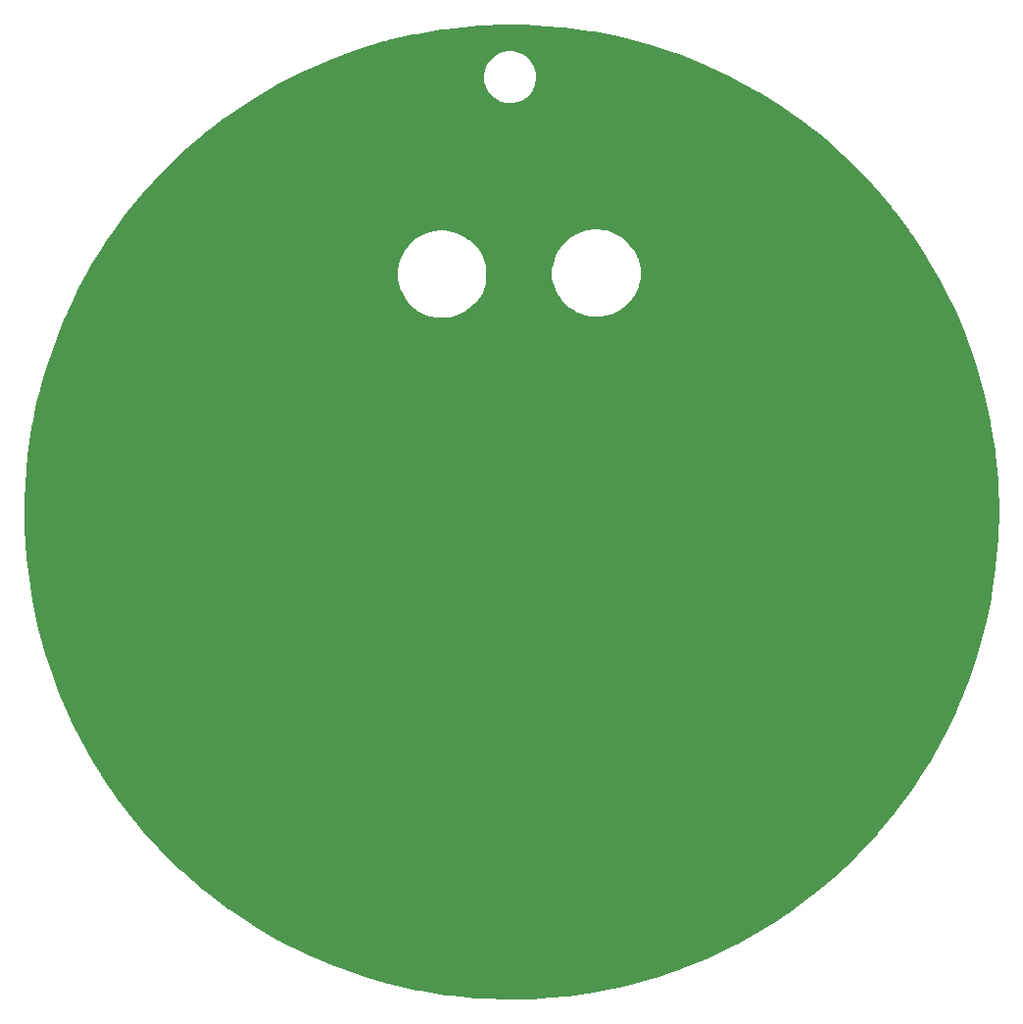
<source format=gbr>
%TF.GenerationSoftware,KiCad,Pcbnew,6.0.6-3a73a75311~116~ubuntu21.10.1*%
%TF.CreationDate,2023-05-16T20:40:28-06:00*%
%TF.ProjectId,goon,676f6f6e-2e6b-4696-9361-645f70636258,rev?*%
%TF.SameCoordinates,Original*%
%TF.FileFunction,Copper,L1,Top*%
%TF.FilePolarity,Positive*%
%FSLAX46Y46*%
G04 Gerber Fmt 4.6, Leading zero omitted, Abs format (unit mm)*
G04 Created by KiCad (PCBNEW 6.0.6-3a73a75311~116~ubuntu21.10.1) date 2023-05-16 20:40:28*
%MOMM*%
%LPD*%
G01*
G04 APERTURE LIST*
G04 APERTURE END LIST*
%TA.AperFunction,NonConductor*%
G36*
X151736316Y-58897593D02*
G01*
X151740053Y-58897697D01*
X151825327Y-58901345D01*
X152104028Y-58913270D01*
X152107946Y-58913499D01*
X154295762Y-59076082D01*
X154299188Y-59076385D01*
X154643544Y-59111667D01*
X154655612Y-59112903D01*
X154659760Y-59113398D01*
X156843345Y-59410571D01*
X156846607Y-59411058D01*
X156939228Y-59426142D01*
X157188110Y-59466675D01*
X157192370Y-59467446D01*
X159370559Y-59900714D01*
X159373571Y-59901352D01*
X159692475Y-59972928D01*
X159696962Y-59974021D01*
X161868793Y-60545817D01*
X161871549Y-60546576D01*
X161979208Y-60577548D01*
X162159995Y-60629559D01*
X162164584Y-60630976D01*
X164261926Y-61322575D01*
X164329850Y-61344973D01*
X164332347Y-61345826D01*
X164581769Y-61433906D01*
X164586503Y-61435685D01*
X166745867Y-62297184D01*
X166748105Y-62298102D01*
X166949277Y-62382873D01*
X166954088Y-62385020D01*
X169109760Y-63401700D01*
X169111591Y-63402583D01*
X169253993Y-63472808D01*
X169258869Y-63475346D01*
X171415008Y-64658245D01*
X171416735Y-64659211D01*
X171469466Y-64689227D01*
X171472686Y-64691123D01*
X171524593Y-64722746D01*
X171526208Y-64723747D01*
X173606114Y-66036069D01*
X173610666Y-66039082D01*
X173741062Y-66129541D01*
X173742832Y-66130792D01*
X175677103Y-67523268D01*
X175681312Y-67526433D01*
X175853024Y-67661315D01*
X175854808Y-67662745D01*
X176729566Y-68377452D01*
X177655236Y-69133757D01*
X177659087Y-69137034D01*
X177857041Y-69312477D01*
X177858998Y-69314248D01*
X179533229Y-70861891D01*
X179536710Y-70865235D01*
X179749124Y-71077279D01*
X179751086Y-71079282D01*
X181304136Y-72701619D01*
X181307241Y-72704984D01*
X181524476Y-72949231D01*
X181526493Y-72951556D01*
X182961426Y-74646567D01*
X182964209Y-74649973D01*
X183178386Y-74921655D01*
X183180390Y-74924266D01*
X184490132Y-76678224D01*
X184498937Y-76690015D01*
X184501380Y-76693402D01*
X184637379Y-76888715D01*
X184706113Y-76987427D01*
X184708080Y-76990337D01*
X185287779Y-77874526D01*
X185910898Y-78824941D01*
X185913016Y-78828285D01*
X186103094Y-79139072D01*
X186104990Y-79142279D01*
X187093216Y-80871312D01*
X187191930Y-81044026D01*
X187193724Y-81047275D01*
X187265480Y-81181945D01*
X187365078Y-81368869D01*
X187366884Y-81372391D01*
X187961661Y-82578480D01*
X188248754Y-83160646D01*
X188337135Y-83339866D01*
X188338647Y-83343043D01*
X188488080Y-83668683D01*
X188489759Y-83672508D01*
X189341965Y-85704790D01*
X189343201Y-85707848D01*
X189468595Y-86030297D01*
X189470091Y-86034355D01*
X189957295Y-87429490D01*
X190202285Y-88131035D01*
X190203265Y-88133954D01*
X190303463Y-88445100D01*
X190304796Y-88449517D01*
X190743032Y-90003381D01*
X190914396Y-90610993D01*
X190915141Y-90613754D01*
X190990042Y-90904424D01*
X190991159Y-90909131D01*
X191474898Y-93137096D01*
X191475431Y-93139680D01*
X191526140Y-93399344D01*
X191527010Y-93404326D01*
X191880683Y-95702182D01*
X191881028Y-95704577D01*
X191910082Y-95920887D01*
X191910674Y-95926131D01*
X192128747Y-98299404D01*
X192128930Y-98301595D01*
X192140696Y-98459922D01*
X192140983Y-98465412D01*
X192216083Y-100923433D01*
X192216128Y-100925414D01*
X192217032Y-100986401D01*
X192217038Y-100989695D01*
X192216302Y-101054601D01*
X192216271Y-101056263D01*
X192162648Y-103104058D01*
X192162602Y-103105488D01*
X192159394Y-103190929D01*
X192159199Y-103194661D01*
X192155113Y-103255378D01*
X192154964Y-103257352D01*
X191951328Y-105708036D01*
X191950754Y-105713503D01*
X191930726Y-105870935D01*
X191930429Y-105873114D01*
X191588438Y-108231782D01*
X191587572Y-108236988D01*
X191547238Y-108451474D01*
X191546768Y-108453847D01*
X191073310Y-110730084D01*
X191072188Y-110734980D01*
X191007966Y-110991602D01*
X191007299Y-110994155D01*
X190407606Y-113193804D01*
X190406244Y-113198446D01*
X190316255Y-113484725D01*
X190315367Y-113487442D01*
X189593461Y-115614110D01*
X189591901Y-115618444D01*
X189475559Y-115923913D01*
X189474462Y-115926692D01*
X189031466Y-117009517D01*
X188633520Y-117982227D01*
X188631784Y-117986267D01*
X188489697Y-118301689D01*
X188488316Y-118304652D01*
X187530886Y-120289609D01*
X187529054Y-120293252D01*
X187464320Y-120416816D01*
X187362750Y-120610689D01*
X187361084Y-120613762D01*
X186289176Y-122527791D01*
X186287203Y-122531188D01*
X186099282Y-122843324D01*
X186097326Y-122846467D01*
X185569434Y-123667168D01*
X184912306Y-124688787D01*
X184910237Y-124691900D01*
X184704177Y-124992281D01*
X184701887Y-124995510D01*
X183404692Y-126764660D01*
X183402572Y-126767468D01*
X183182731Y-127050376D01*
X183180117Y-127053627D01*
X181770960Y-128747953D01*
X181768857Y-128750416D01*
X181670036Y-128863100D01*
X181540729Y-129010546D01*
X181537772Y-129013801D01*
X180016108Y-130631379D01*
X180013971Y-130633596D01*
X179784253Y-130866138D01*
X179780948Y-130869363D01*
X178145084Y-132408230D01*
X178143075Y-132410076D01*
X178033426Y-132508631D01*
X177919834Y-132610730D01*
X177916175Y-132613894D01*
X176163297Y-134071747D01*
X176161251Y-134073413D01*
X175954347Y-134238287D01*
X175950329Y-134241359D01*
X174075449Y-135616078D01*
X174073485Y-135617489D01*
X173895008Y-135743158D01*
X173890651Y-135746092D01*
X172775690Y-136463259D01*
X171886103Y-137035460D01*
X171884243Y-137036633D01*
X171749354Y-137120105D01*
X171744617Y-137122895D01*
X170609562Y-137758557D01*
X169598990Y-138324504D01*
X169597283Y-138325443D01*
X169543749Y-138354328D01*
X169540456Y-138356043D01*
X169486003Y-138383370D01*
X169484414Y-138384152D01*
X167924821Y-139136410D01*
X167269353Y-139452570D01*
X167264351Y-139454849D01*
X167118545Y-139517493D01*
X167116575Y-139518320D01*
X164910642Y-140420791D01*
X164905725Y-140422684D01*
X164700396Y-140496809D01*
X164698152Y-140497594D01*
X163307009Y-140969824D01*
X162496616Y-141244915D01*
X162491795Y-141246444D01*
X162238127Y-141321343D01*
X162235589Y-141322064D01*
X160981243Y-141664038D01*
X160417732Y-141817669D01*
X160035912Y-141921765D01*
X160031227Y-141922946D01*
X159738864Y-141990713D01*
X159736123Y-141991315D01*
X158866357Y-142172227D01*
X157537270Y-142448677D01*
X157532732Y-142449534D01*
X157210549Y-142504316D01*
X157207508Y-142504795D01*
X155009655Y-142823469D01*
X155005292Y-142824024D01*
X154661373Y-142861690D01*
X154658098Y-142862005D01*
X152464116Y-143044311D01*
X152461961Y-143044490D01*
X152457791Y-143044767D01*
X152099929Y-143062582D01*
X152096437Y-143062708D01*
X151275649Y-143080617D01*
X149903197Y-143110564D01*
X149899238Y-143110588D01*
X149534975Y-143107091D01*
X149531238Y-143107000D01*
X148014545Y-143047409D01*
X147342443Y-143021002D01*
X147338742Y-143020802D01*
X146975200Y-142995699D01*
X146971338Y-142995371D01*
X145807765Y-142878206D01*
X144788639Y-142775585D01*
X144785144Y-142775184D01*
X144429786Y-142729347D01*
X144425651Y-142728744D01*
X142250581Y-142374511D01*
X142247333Y-142373938D01*
X141907438Y-142309406D01*
X141903132Y-142308510D01*
X140193961Y-141921765D01*
X139737060Y-141818379D01*
X139734118Y-141817675D01*
X139588729Y-141781021D01*
X139417143Y-141737762D01*
X139412687Y-141736551D01*
X137990645Y-141322064D01*
X137256569Y-141108100D01*
X137253877Y-141107283D01*
X136967677Y-141016769D01*
X136963161Y-141015245D01*
X135785475Y-140592413D01*
X134817331Y-140244813D01*
X134814858Y-140243896D01*
X134636463Y-140175596D01*
X134567766Y-140149294D01*
X134563128Y-140147411D01*
X132995609Y-139473952D01*
X132426998Y-139229657D01*
X132424785Y-139228681D01*
X132225933Y-139138687D01*
X132221172Y-139136410D01*
X130092890Y-138063667D01*
X130090935Y-138062661D01*
X130078199Y-138055960D01*
X129950518Y-137988784D01*
X129945745Y-137986138D01*
X127821445Y-136747284D01*
X127819744Y-136746274D01*
X127767656Y-136714791D01*
X127764486Y-136712810D01*
X127713398Y-136679823D01*
X127711743Y-136678736D01*
X125666992Y-135312476D01*
X125662560Y-135309373D01*
X125534523Y-135215493D01*
X125532847Y-135214241D01*
X123635619Y-133771555D01*
X123631532Y-133768309D01*
X123463498Y-133629052D01*
X123461650Y-133627491D01*
X121700354Y-132109862D01*
X121696604Y-132106497D01*
X121503274Y-131925898D01*
X121501402Y-131924113D01*
X121072551Y-131506345D01*
X119911625Y-130375421D01*
X119908263Y-130372017D01*
X119589118Y-130036296D01*
X119587246Y-130034280D01*
X118274154Y-128588679D01*
X118271119Y-128585213D01*
X117753537Y-127971651D01*
X117751581Y-127969273D01*
X117016701Y-127053632D01*
X116743855Y-126713673D01*
X116741175Y-126710213D01*
X116080373Y-125825291D01*
X116078434Y-125822622D01*
X115563127Y-125093479D01*
X115562874Y-125093120D01*
X115298422Y-124716145D01*
X115296321Y-124713053D01*
X114610072Y-123670321D01*
X114608063Y-123667168D01*
X113953032Y-122604510D01*
X113951118Y-122601299D01*
X113327904Y-121519681D01*
X113326086Y-121516414D01*
X112735250Y-120416816D01*
X112733529Y-120413497D01*
X112175555Y-119296815D01*
X112173934Y-119293447D01*
X111649333Y-118160702D01*
X111647813Y-118157287D01*
X111157062Y-117009517D01*
X111155643Y-117006058D01*
X110731574Y-115926734D01*
X110699132Y-115844164D01*
X110697841Y-115840728D01*
X110275992Y-114665783D01*
X110274799Y-114662297D01*
X109888017Y-113475428D01*
X109886911Y-113471857D01*
X109805339Y-113193804D01*
X109535490Y-112273972D01*
X109534509Y-112270437D01*
X109218783Y-111062665D01*
X109217892Y-111059035D01*
X108938151Y-109842502D01*
X108937367Y-109838846D01*
X108693834Y-108614521D01*
X108693159Y-108610844D01*
X108486051Y-107379817D01*
X108485486Y-107376122D01*
X108314995Y-106139540D01*
X108314539Y-106135830D01*
X108180803Y-104894678D01*
X108180458Y-104890955D01*
X108083605Y-103646430D01*
X108083370Y-103642699D01*
X108023478Y-102395820D01*
X108023354Y-102392084D01*
X108000478Y-101143981D01*
X108000465Y-101140243D01*
X108002211Y-100986401D01*
X108014627Y-99892011D01*
X108014725Y-99888274D01*
X108065910Y-98641010D01*
X108066119Y-98637277D01*
X108154282Y-97392107D01*
X108154601Y-97388382D01*
X108279669Y-96146330D01*
X108280099Y-96142617D01*
X108441952Y-94904878D01*
X108442491Y-94901179D01*
X108640998Y-93668742D01*
X108641647Y-93665060D01*
X108742840Y-93137096D01*
X108876638Y-92439014D01*
X108877393Y-92435371D01*
X109148632Y-91216922D01*
X109149498Y-91213286D01*
X109255385Y-90796358D01*
X109456780Y-90003362D01*
X109457749Y-89999771D01*
X109800780Y-88799526D01*
X109801860Y-88795948D01*
X110013422Y-88131035D01*
X110180358Y-87606374D01*
X110181522Y-87602895D01*
X110595155Y-86425042D01*
X110596445Y-86421536D01*
X111044818Y-85256525D01*
X111046213Y-85253056D01*
X111483399Y-84210485D01*
X111528944Y-84101871D01*
X111530433Y-84098463D01*
X111540522Y-84076275D01*
X111887502Y-83313131D01*
X112047115Y-82962081D01*
X112048713Y-82958701D01*
X112394724Y-82253962D01*
X112598869Y-81838169D01*
X112600561Y-81834848D01*
X113016668Y-81047299D01*
X113183720Y-80731125D01*
X113185515Y-80727846D01*
X113359113Y-80421636D01*
X140275240Y-80421636D01*
X140275390Y-80424817D01*
X140289681Y-80727846D01*
X140293257Y-80803679D01*
X140349789Y-81181945D01*
X140350575Y-81185027D01*
X140350575Y-81185029D01*
X140435062Y-81516483D01*
X140444258Y-81552562D01*
X140537701Y-81807905D01*
X140571403Y-81900000D01*
X140575697Y-81911735D01*
X140742759Y-82255787D01*
X140943735Y-82581195D01*
X140945676Y-82583725D01*
X140945677Y-82583726D01*
X141151448Y-82851891D01*
X141176567Y-82884627D01*
X141438870Y-83162976D01*
X141727959Y-83413393D01*
X141730569Y-83415228D01*
X141730575Y-83415232D01*
X141764980Y-83439412D01*
X142040875Y-83633314D01*
X142374413Y-83820487D01*
X142725159Y-83972996D01*
X143089521Y-84089278D01*
X143247312Y-84122530D01*
X143460650Y-84167488D01*
X143460655Y-84167489D01*
X143463769Y-84168145D01*
X143844071Y-84208787D01*
X143847259Y-84208804D01*
X143847264Y-84208804D01*
X144020605Y-84209712D01*
X144226533Y-84210790D01*
X144370979Y-84196881D01*
X144604075Y-84174437D01*
X144604080Y-84174436D01*
X144607240Y-84174132D01*
X144610359Y-84173509D01*
X144610364Y-84173508D01*
X144795115Y-84136591D01*
X144982293Y-84099189D01*
X145299342Y-84001652D01*
X145344808Y-83987665D01*
X145344812Y-83987663D01*
X145347853Y-83986728D01*
X145350788Y-83985488D01*
X145350794Y-83985486D01*
X145507297Y-83919376D01*
X145700177Y-83837901D01*
X146035657Y-83654231D01*
X146350858Y-83437599D01*
X146353297Y-83435531D01*
X146353303Y-83435526D01*
X146641733Y-83190919D01*
X146642554Y-83190223D01*
X146894421Y-82962081D01*
X146906298Y-82951323D01*
X146906307Y-82951314D01*
X146907758Y-82950000D01*
X146971441Y-82884627D01*
X147195579Y-82654538D01*
X147200000Y-82650000D01*
X147425000Y-82300000D01*
X147600000Y-82025000D01*
X147750000Y-81675000D01*
X147875000Y-81300000D01*
X147925000Y-80875000D01*
X147925000Y-80329956D01*
X153525000Y-80329956D01*
X153550000Y-80725000D01*
X153561377Y-80757654D01*
X153674661Y-81082810D01*
X153675311Y-81084724D01*
X153797493Y-81454400D01*
X153928932Y-81813573D01*
X154095994Y-82157625D01*
X154296970Y-82483033D01*
X154298911Y-82485563D01*
X154298912Y-82485564D01*
X154428571Y-82654538D01*
X154529802Y-82786465D01*
X154792105Y-83064814D01*
X155081194Y-83315231D01*
X155083804Y-83317066D01*
X155083810Y-83317070D01*
X155255306Y-83437599D01*
X155394110Y-83535152D01*
X155727648Y-83722325D01*
X156078394Y-83874834D01*
X156442756Y-83991116D01*
X156645913Y-84033928D01*
X156813885Y-84069326D01*
X156813890Y-84069327D01*
X156817004Y-84069983D01*
X157197306Y-84110625D01*
X157200494Y-84110642D01*
X157200499Y-84110642D01*
X157373840Y-84111550D01*
X157579768Y-84112628D01*
X157729068Y-84098252D01*
X157957310Y-84076275D01*
X157957315Y-84076274D01*
X157960475Y-84075970D01*
X157963594Y-84075347D01*
X157963599Y-84075346D01*
X158148350Y-84038429D01*
X158335528Y-84001027D01*
X158589378Y-83922932D01*
X158698043Y-83889503D01*
X158698047Y-83889501D01*
X158701088Y-83888566D01*
X158704023Y-83887326D01*
X158704029Y-83887324D01*
X158865940Y-83818930D01*
X159053412Y-83739739D01*
X159388892Y-83556069D01*
X159704093Y-83339437D01*
X159706532Y-83337369D01*
X159706538Y-83337364D01*
X159993349Y-83094131D01*
X159993357Y-83094123D01*
X159995789Y-83092061D01*
X159997997Y-83089766D01*
X159998005Y-83089759D01*
X160205726Y-82873904D01*
X160260993Y-82816473D01*
X160463229Y-82581195D01*
X160507370Y-82529842D01*
X160511708Y-82525050D01*
X160617082Y-82414476D01*
X160762485Y-82261898D01*
X160950000Y-81900000D01*
X160964420Y-81862773D01*
X161098551Y-81516483D01*
X161098551Y-81516482D01*
X161099792Y-81513279D01*
X161137362Y-81372391D01*
X161198660Y-81142525D01*
X161198661Y-81142521D01*
X161199792Y-81138279D01*
X161240442Y-80803679D01*
X161249540Y-80728790D01*
X161249540Y-80728783D01*
X161250000Y-80725000D01*
X161250000Y-80325000D01*
X161232171Y-80039728D01*
X161225239Y-79928826D01*
X161225000Y-79925000D01*
X161224298Y-79921233D01*
X161224297Y-79921225D01*
X161158214Y-79566632D01*
X161158213Y-79566625D01*
X161157817Y-79564503D01*
X161156417Y-79559087D01*
X161088116Y-79294990D01*
X161062055Y-79194218D01*
X161060780Y-79190781D01*
X160964278Y-78930812D01*
X160925000Y-78825000D01*
X160750000Y-78475000D01*
X160512864Y-78180374D01*
X160511344Y-78178446D01*
X160505855Y-78171343D01*
X160344589Y-77962690D01*
X160280187Y-77879363D01*
X160280182Y-77879358D01*
X160278235Y-77876838D01*
X160266553Y-77864528D01*
X160017161Y-77601723D01*
X160017158Y-77601721D01*
X160014962Y-77599406D01*
X159725000Y-77350000D01*
X159411319Y-77131173D01*
X159077129Y-76945165D01*
X159074209Y-76943907D01*
X159074204Y-76943905D01*
X158728787Y-76795145D01*
X158728777Y-76795141D01*
X158725853Y-76793882D01*
X158361088Y-76678872D01*
X158094426Y-76623649D01*
X157989692Y-76601959D01*
X157989689Y-76601959D01*
X157986567Y-76601312D01*
X157693974Y-76571075D01*
X157609281Y-76562323D01*
X157609278Y-76562323D01*
X157606125Y-76561997D01*
X157602959Y-76561991D01*
X157602950Y-76561991D01*
X157414181Y-76561662D01*
X157223658Y-76561330D01*
X157072034Y-76576464D01*
X156846255Y-76598999D01*
X156846249Y-76599000D01*
X156843082Y-76599316D01*
X156648435Y-76638917D01*
X156471417Y-76674932D01*
X156471413Y-76674933D01*
X156468292Y-76675568D01*
X156465250Y-76676515D01*
X156465244Y-76676517D01*
X156389461Y-76700121D01*
X156103127Y-76789304D01*
X156100199Y-76790553D01*
X155754257Y-76938109D01*
X155754251Y-76938112D01*
X155751325Y-76939360D01*
X155714427Y-76959729D01*
X155419283Y-77122657D01*
X155419274Y-77122663D01*
X155416489Y-77124200D01*
X155102045Y-77341931D01*
X154811215Y-77590324D01*
X154546974Y-77866835D01*
X154545017Y-77869348D01*
X154545016Y-77869350D01*
X154520925Y-77900297D01*
X154312030Y-78168635D01*
X154310334Y-78171339D01*
X154310331Y-78171343D01*
X154252032Y-78264280D01*
X154108788Y-78492631D01*
X153939327Y-78835508D01*
X153805384Y-79193755D01*
X153804580Y-79196821D01*
X153804579Y-79196823D01*
X153709541Y-79559087D01*
X153706770Y-79568222D01*
X153650973Y-79729883D01*
X153575000Y-79950000D01*
X153525000Y-80329956D01*
X147925000Y-80329956D01*
X147925000Y-80075000D01*
X147900000Y-79725000D01*
X147898899Y-79720227D01*
X147826023Y-79404431D01*
X147826021Y-79404425D01*
X147825000Y-79400000D01*
X147823356Y-79395773D01*
X147823354Y-79395766D01*
X147651935Y-78954976D01*
X147650000Y-78950000D01*
X147647255Y-78945424D01*
X147647252Y-78945419D01*
X147425923Y-78576538D01*
X147424149Y-78573485D01*
X147203488Y-78181199D01*
X147203483Y-78181192D01*
X147200000Y-78175000D01*
X146950270Y-77900297D01*
X146949847Y-77899830D01*
X146731731Y-77657478D01*
X146731728Y-77657476D01*
X146725000Y-77650000D01*
X146498939Y-77520829D01*
X146376689Y-77450975D01*
X146367110Y-77444914D01*
X146060697Y-77231158D01*
X146058084Y-77229335D01*
X145723894Y-77043327D01*
X145720974Y-77042069D01*
X145720969Y-77042067D01*
X145375552Y-76893307D01*
X145375542Y-76893303D01*
X145372618Y-76892044D01*
X145007853Y-76777034D01*
X144741191Y-76721811D01*
X144636457Y-76700121D01*
X144636454Y-76700121D01*
X144633332Y-76699474D01*
X144340739Y-76669237D01*
X144256046Y-76660485D01*
X144256043Y-76660485D01*
X144252890Y-76660159D01*
X144249724Y-76660153D01*
X144249715Y-76660153D01*
X144060946Y-76659824D01*
X143870423Y-76659492D01*
X143718799Y-76674626D01*
X143493020Y-76697161D01*
X143493014Y-76697162D01*
X143489847Y-76697478D01*
X143295200Y-76737079D01*
X143118182Y-76773094D01*
X143118178Y-76773095D01*
X143115057Y-76773730D01*
X143112015Y-76774677D01*
X143112009Y-76774679D01*
X143050356Y-76793882D01*
X142749892Y-76887466D01*
X142746964Y-76888715D01*
X142401022Y-77036271D01*
X142401016Y-77036274D01*
X142398090Y-77037522D01*
X142361192Y-77057891D01*
X142066048Y-77220819D01*
X142066039Y-77220825D01*
X142063254Y-77222362D01*
X141748810Y-77440093D01*
X141457980Y-77688486D01*
X141193739Y-77964997D01*
X141191782Y-77967510D01*
X141191781Y-77967512D01*
X141030257Y-78175000D01*
X140958795Y-78266797D01*
X140755553Y-78590793D01*
X140586092Y-78933670D01*
X140452149Y-79291917D01*
X140355095Y-79661865D01*
X140295923Y-80039728D01*
X140295752Y-80042890D01*
X140295751Y-80042897D01*
X140280367Y-80326969D01*
X140275240Y-80421636D01*
X113359113Y-80421636D01*
X113801169Y-79641893D01*
X113803061Y-79638669D01*
X114450648Y-78571478D01*
X114452635Y-78568311D01*
X115131580Y-77520829D01*
X115133659Y-77517722D01*
X115843421Y-76490781D01*
X115845592Y-76487738D01*
X116585471Y-75482354D01*
X116587731Y-75479376D01*
X117357145Y-74496342D01*
X117359493Y-74493433D01*
X118157692Y-73533703D01*
X118160125Y-73530864D01*
X118621130Y-73008876D01*
X118621568Y-73008383D01*
X118895365Y-72701619D01*
X119067819Y-72508400D01*
X119069829Y-72506202D01*
X119842723Y-71681713D01*
X119845318Y-71679026D01*
X119932042Y-71591847D01*
X119932664Y-71591226D01*
X120977701Y-70555269D01*
X120979754Y-70553279D01*
X121594738Y-69970701D01*
X121598313Y-69967442D01*
X123044746Y-68698954D01*
X123046749Y-68697235D01*
X123427177Y-68377452D01*
X123431113Y-68374276D01*
X124350014Y-67662787D01*
X125206315Y-66999767D01*
X125208240Y-66998306D01*
X125383369Y-66868006D01*
X125387669Y-66864945D01*
X127357700Y-65523599D01*
X127359528Y-65522377D01*
X127492241Y-65435366D01*
X127496903Y-65432453D01*
X129610343Y-64175089D01*
X129612052Y-64174090D01*
X129664791Y-64143825D01*
X129668060Y-64142013D01*
X129721641Y-64113343D01*
X129723372Y-64112435D01*
X131014936Y-63447236D01*
X147719958Y-63447236D01*
X147720321Y-63451384D01*
X147720321Y-63451389D01*
X147723350Y-63486011D01*
X147746014Y-63745065D01*
X147811232Y-64036832D01*
X147812676Y-64040756D01*
X147812676Y-64040757D01*
X147861733Y-64174090D01*
X147914464Y-64317410D01*
X148053898Y-64581870D01*
X148227084Y-64825565D01*
X148430979Y-65044216D01*
X148662000Y-65233979D01*
X148916090Y-65391521D01*
X149188783Y-65514074D01*
X149363027Y-65566018D01*
X149471290Y-65598293D01*
X149471292Y-65598293D01*
X149475289Y-65599485D01*
X149479409Y-65600138D01*
X149479411Y-65600138D01*
X149597423Y-65618829D01*
X149770575Y-65646254D01*
X149813135Y-65648187D01*
X149862659Y-65650436D01*
X149862678Y-65650436D01*
X149864078Y-65650500D01*
X150050834Y-65650500D01*
X150273309Y-65635723D01*
X150566377Y-65576630D01*
X150849056Y-65479296D01*
X150852789Y-65477427D01*
X150852793Y-65477425D01*
X151112640Y-65347303D01*
X151112642Y-65347302D01*
X151116378Y-65345431D01*
X151363647Y-65177387D01*
X151586520Y-64978117D01*
X151781079Y-64751120D01*
X151943908Y-64500386D01*
X152072145Y-64230319D01*
X152089878Y-64175089D01*
X152162258Y-63949651D01*
X152162258Y-63949650D01*
X152163538Y-63945664D01*
X152216480Y-63651422D01*
X152221222Y-63547011D01*
X152229853Y-63356934D01*
X152229853Y-63356929D01*
X152230042Y-63352764D01*
X152203986Y-63054935D01*
X152138768Y-62763168D01*
X152035536Y-62482590D01*
X151995936Y-62407481D01*
X151898055Y-62221834D01*
X151898054Y-62221833D01*
X151896102Y-62218130D01*
X151722916Y-61974435D01*
X151519021Y-61755784D01*
X151288000Y-61566021D01*
X151033910Y-61408479D01*
X150761217Y-61285926D01*
X150548603Y-61222543D01*
X150478710Y-61201707D01*
X150478708Y-61201707D01*
X150474711Y-61200515D01*
X150470591Y-61199862D01*
X150470589Y-61199862D01*
X150352577Y-61181171D01*
X150179425Y-61153746D01*
X150136865Y-61151813D01*
X150087341Y-61149564D01*
X150087322Y-61149564D01*
X150085922Y-61149500D01*
X149899166Y-61149500D01*
X149676691Y-61164277D01*
X149383623Y-61223370D01*
X149100944Y-61320704D01*
X149097211Y-61322573D01*
X149097207Y-61322575D01*
X148921268Y-61410679D01*
X148833622Y-61454569D01*
X148586353Y-61622613D01*
X148363480Y-61821883D01*
X148168921Y-62048880D01*
X148006092Y-62299614D01*
X147877855Y-62569681D01*
X147786462Y-62854336D01*
X147733520Y-63148578D01*
X147733331Y-63152745D01*
X147733330Y-63152752D01*
X147720147Y-63443066D01*
X147719958Y-63447236D01*
X131014936Y-63447236D01*
X131206428Y-63348611D01*
X131909664Y-62986421D01*
X131914598Y-62984014D01*
X132058741Y-62917564D01*
X132060649Y-62916704D01*
X133471070Y-62296104D01*
X134242209Y-61956795D01*
X134247082Y-61954771D01*
X134450437Y-61875282D01*
X134452546Y-61874481D01*
X136633840Y-61069759D01*
X136638575Y-61068119D01*
X136729677Y-61038606D01*
X136890266Y-60986583D01*
X136892784Y-60985796D01*
X139075978Y-60328730D01*
X139080636Y-60327425D01*
X139241022Y-60285796D01*
X139371150Y-60252022D01*
X139373842Y-60251356D01*
X140860253Y-59901352D01*
X141559939Y-59736598D01*
X141564452Y-59735622D01*
X141792498Y-59690674D01*
X141885171Y-59672408D01*
X141888172Y-59671855D01*
X144076931Y-59295758D01*
X144081210Y-59295099D01*
X144424144Y-59248428D01*
X144427287Y-59248042D01*
X146617979Y-59008123D01*
X146622112Y-59007739D01*
X146858989Y-58989720D01*
X146979335Y-58980566D01*
X146982847Y-58980348D01*
X147797470Y-58941219D01*
X149174087Y-58875095D01*
X149178017Y-58874967D01*
X149265787Y-58873512D01*
X149542329Y-58868927D01*
X149546067Y-58868921D01*
X151736316Y-58897593D01*
G37*
%TD.AperFunction*%
M02*

</source>
